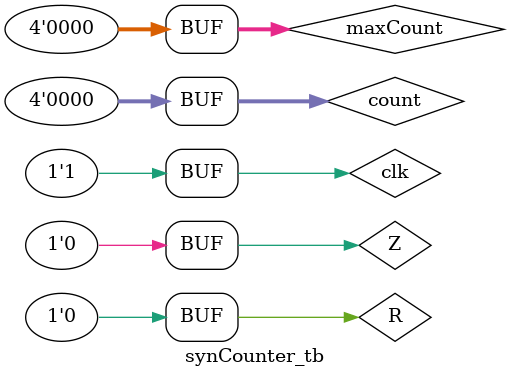
<source format=sv>
module synCounter(input clk, R, input [3:0] maxCount, output logic [3:0] count, output logic Z);
	
	always @ (posedge clk)
		begin
			if (R) begin
				count <= 3'b0;
				Z <= 1'b0; 
			end
			else if (count < maxCount) begin
				count <= count + 3'd1;
				Z <= 1'b0;
			end
			else begin
				count <= 3'b0;
				Z <= 1'b1;
			end
		end
		
endmodule

module synCounter_tb();
	//`timescale 1ns/1ps
	reg clk, R;
	reg [3:0] maxCount;
	logic [3:0] count;
	logic Z;
	
	synCounter counter(clk, R, maxCount, count, Z);
	
	initial begin
		$monitor("R=%b clk=%b count=%b Z=%b", R, clk, count, Z);
		
		maxCount = 1'd6;
		count = 1'b0;
		Z = 1'b0; 
		
		R = 1'b1;
		clk = 1'b0; #10; clk = 1'b1; #10;
		R = 1'b0;
		clk = 1'b0; #10; clk = 1'b1; #10; //0
		clk = 1'b0; #10; clk = 1'b1; #10; //1
		clk = 1'b0; #10; clk = 1'b1; #10; //2
		clk = 1'b0; #10; clk = 1'b1; #10; //3
		clk = 1'b0; #10; clk = 1'b1; #10; //4
		clk = 1'b0; #10; clk = 1'b1; #10; //5
		clk = 1'b0; #10; clk = 1'b1; #10; //0 and Z = 1
		clk = 1'b0; #10; clk = 1'b1; #10; //repeat 0
		clk = 1'b0; #10; clk = 1'b1; #10; //1
		clk = 1'b0; #10; clk = 1'b1; #10; //2
		clk = 1'b0; #10; clk = 1'b1; #10; //3
		clk = 1'b0; #10; clk = 1'b1; #10; //4
		clk = 1'b0; #10; clk = 1'b1; #10; //5
		clk = 1'b0; #10; clk = 1'b1; #10; //0 and Z = 1
		
	end


endmodule 


















</source>
